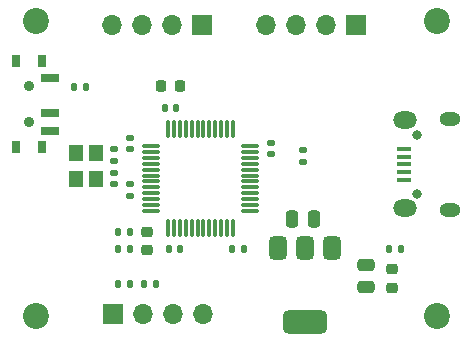
<source format=gbr>
%TF.GenerationSoftware,KiCad,Pcbnew,8.0.8*%
%TF.CreationDate,2025-02-01T16:42:16+07:00*%
%TF.ProjectId,stm32-blue-pill-backups,73746d33-322d-4626-9c75-652d70696c6c,rev?*%
%TF.SameCoordinates,Original*%
%TF.FileFunction,Soldermask,Top*%
%TF.FilePolarity,Negative*%
%FSLAX46Y46*%
G04 Gerber Fmt 4.6, Leading zero omitted, Abs format (unit mm)*
G04 Created by KiCad (PCBNEW 8.0.8) date 2025-02-01 16:42:16*
%MOMM*%
%LPD*%
G01*
G04 APERTURE LIST*
G04 Aperture macros list*
%AMRoundRect*
0 Rectangle with rounded corners*
0 $1 Rounding radius*
0 $2 $3 $4 $5 $6 $7 $8 $9 X,Y pos of 4 corners*
0 Add a 4 corners polygon primitive as box body*
4,1,4,$2,$3,$4,$5,$6,$7,$8,$9,$2,$3,0*
0 Add four circle primitives for the rounded corners*
1,1,$1+$1,$2,$3*
1,1,$1+$1,$4,$5*
1,1,$1+$1,$6,$7*
1,1,$1+$1,$8,$9*
0 Add four rect primitives between the rounded corners*
20,1,$1+$1,$2,$3,$4,$5,0*
20,1,$1+$1,$4,$5,$6,$7,0*
20,1,$1+$1,$6,$7,$8,$9,0*
20,1,$1+$1,$8,$9,$2,$3,0*%
G04 Aperture macros list end*
%ADD10R,0.800000X1.000000*%
%ADD11C,0.900000*%
%ADD12R,1.500000X0.700000*%
%ADD13RoundRect,0.135000X-0.135000X-0.185000X0.135000X-0.185000X0.135000X0.185000X-0.135000X0.185000X0*%
%ADD14C,2.200000*%
%ADD15RoundRect,0.135000X0.135000X0.185000X-0.135000X0.185000X-0.135000X-0.185000X0.135000X-0.185000X0*%
%ADD16R,1.700000X1.700000*%
%ADD17O,1.700000X1.700000*%
%ADD18RoundRect,0.218750X0.256250X-0.218750X0.256250X0.218750X-0.256250X0.218750X-0.256250X-0.218750X0*%
%ADD19RoundRect,0.140000X-0.140000X-0.170000X0.140000X-0.170000X0.140000X0.170000X-0.140000X0.170000X0*%
%ADD20RoundRect,0.140000X0.170000X-0.140000X0.170000X0.140000X-0.170000X0.140000X-0.170000X-0.140000X0*%
%ADD21RoundRect,0.250000X-0.250000X-0.475000X0.250000X-0.475000X0.250000X0.475000X-0.250000X0.475000X0*%
%ADD22RoundRect,0.218750X-0.256250X0.218750X-0.256250X-0.218750X0.256250X-0.218750X0.256250X0.218750X0*%
%ADD23RoundRect,0.250000X0.475000X-0.250000X0.475000X0.250000X-0.475000X0.250000X-0.475000X-0.250000X0*%
%ADD24RoundRect,0.140000X-0.170000X0.140000X-0.170000X-0.140000X0.170000X-0.140000X0.170000X0.140000X0*%
%ADD25RoundRect,0.075000X-0.662500X-0.075000X0.662500X-0.075000X0.662500X0.075000X-0.662500X0.075000X0*%
%ADD26RoundRect,0.075000X-0.075000X-0.662500X0.075000X-0.662500X0.075000X0.662500X-0.075000X0.662500X0*%
%ADD27RoundRect,0.225000X-0.225000X-0.250000X0.225000X-0.250000X0.225000X0.250000X-0.225000X0.250000X0*%
%ADD28RoundRect,0.135000X0.185000X-0.135000X0.185000X0.135000X-0.185000X0.135000X-0.185000X-0.135000X0*%
%ADD29RoundRect,0.140000X0.140000X0.170000X-0.140000X0.170000X-0.140000X-0.170000X0.140000X-0.170000X0*%
%ADD30R,1.200000X1.400000*%
%ADD31O,1.800000X1.150000*%
%ADD32O,2.000000X1.450000*%
%ADD33R,1.300000X0.450000*%
%ADD34O,0.800000X0.800000*%
%ADD35RoundRect,0.375000X-0.375000X0.625000X-0.375000X-0.625000X0.375000X-0.625000X0.375000X0.625000X0*%
%ADD36RoundRect,0.500000X-1.400000X0.500000X-1.400000X-0.500000X1.400000X-0.500000X1.400000X0.500000X0*%
G04 APERTURE END LIST*
D10*
%TO.C,BOOT*%
X108500000Y-88050000D03*
X106290000Y-88050000D03*
D11*
X107390000Y-90200000D03*
X107390000Y-93200000D03*
D10*
X108500000Y-95350000D03*
X106290000Y-95350000D03*
D12*
X109150000Y-89450000D03*
X109150000Y-92450000D03*
X109150000Y-93950000D03*
%TD*%
D13*
%TO.C,R3*%
X137850000Y-104000000D03*
X138870000Y-104000000D03*
%TD*%
D14*
%TO.C,H4*%
X141970000Y-109650000D03*
%TD*%
D15*
%TO.C,R4*%
X114910000Y-106950000D03*
X115930000Y-106950000D03*
%TD*%
D16*
%TO.C,SWD*%
X135120000Y-85000000D03*
D17*
X132580000Y-85000000D03*
X130040000Y-85000000D03*
X127500000Y-85000000D03*
%TD*%
D18*
%TO.C,FB1*%
X117410000Y-104075000D03*
X117410000Y-102500000D03*
%TD*%
D19*
%TO.C,C2*%
X118910000Y-92000000D03*
X119870000Y-92000000D03*
%TD*%
D13*
%TO.C,R1*%
X111220000Y-90230000D03*
X112240000Y-90230000D03*
%TD*%
D20*
%TO.C,C11*%
X114590000Y-98490000D03*
X114590000Y-97530000D03*
%TD*%
D19*
%TO.C,C8*%
X114950000Y-104000000D03*
X115910000Y-104000000D03*
%TD*%
D21*
%TO.C,C12*%
X129660000Y-101400000D03*
X131560000Y-101400000D03*
%TD*%
D14*
%TO.C,H3*%
X141970000Y-84650000D03*
%TD*%
D22*
%TO.C,D1*%
X138160000Y-105675000D03*
X138160000Y-107250000D03*
%TD*%
D14*
%TO.C,H2*%
X107970000Y-109650000D03*
%TD*%
D19*
%TO.C,C7*%
X114950000Y-102500000D03*
X115910000Y-102500000D03*
%TD*%
D23*
%TO.C,C13*%
X135890000Y-107220000D03*
X135890000Y-105320000D03*
%TD*%
D24*
%TO.C,C1*%
X127910000Y-95000000D03*
X127910000Y-95960000D03*
%TD*%
D16*
%TO.C,I2C2*%
X114470000Y-109500000D03*
D17*
X117010000Y-109500000D03*
X119550000Y-109500000D03*
X122090000Y-109500000D03*
%TD*%
D19*
%TO.C,C9*%
X119250000Y-104000000D03*
X120210000Y-104000000D03*
%TD*%
D20*
%TO.C,C4*%
X115910000Y-95500000D03*
X115910000Y-94540000D03*
%TD*%
D14*
%TO.C,H1*%
X107970000Y-84650000D03*
%TD*%
D20*
%TO.C,C6*%
X115910000Y-99460000D03*
X115910000Y-98500000D03*
%TD*%
D25*
%TO.C,U1*%
X117747500Y-95250000D03*
X117747500Y-95750000D03*
X117747500Y-96250000D03*
X117747500Y-96750000D03*
X117747500Y-97250000D03*
X117747500Y-97750000D03*
X117747500Y-98250000D03*
X117747500Y-98750000D03*
X117747500Y-99250000D03*
X117747500Y-99750000D03*
X117747500Y-100250000D03*
X117747500Y-100750000D03*
D26*
X119160000Y-102162500D03*
X119660000Y-102162500D03*
X120160000Y-102162500D03*
X120660000Y-102162500D03*
X121160000Y-102162500D03*
X121660000Y-102162500D03*
X122160000Y-102162500D03*
X122660000Y-102162500D03*
X123160000Y-102162500D03*
X123660000Y-102162500D03*
X124160000Y-102162500D03*
X124660000Y-102162500D03*
D25*
X126072500Y-100750000D03*
X126072500Y-100250000D03*
X126072500Y-99750000D03*
X126072500Y-99250000D03*
X126072500Y-98750000D03*
X126072500Y-98250000D03*
X126072500Y-97750000D03*
X126072500Y-97250000D03*
X126072500Y-96750000D03*
X126072500Y-96250000D03*
X126072500Y-95750000D03*
X126072500Y-95250000D03*
D26*
X124660000Y-93837500D03*
X124160000Y-93837500D03*
X123660000Y-93837500D03*
X123160000Y-93837500D03*
X122660000Y-93837500D03*
X122160000Y-93837500D03*
X121660000Y-93837500D03*
X121160000Y-93837500D03*
X120660000Y-93837500D03*
X120160000Y-93837500D03*
X119660000Y-93837500D03*
X119160000Y-93837500D03*
%TD*%
D16*
%TO.C,UART*%
X122070000Y-85000000D03*
D17*
X119530000Y-85000000D03*
X116990000Y-85000000D03*
X114450000Y-85000000D03*
%TD*%
D27*
%TO.C,C5*%
X120140000Y-90200000D03*
X118590000Y-90200000D03*
%TD*%
D28*
%TO.C,R2*%
X130610000Y-95590000D03*
X130610000Y-96610000D03*
%TD*%
D29*
%TO.C,C3*%
X124600000Y-104000000D03*
X125560000Y-104000000D03*
%TD*%
D30*
%TO.C,Y1*%
X111390000Y-95830000D03*
X111390000Y-98030000D03*
X113090000Y-98030000D03*
X113090000Y-95830000D03*
%TD*%
D31*
%TO.C,USB*%
X143035000Y-92920000D03*
D32*
X139235000Y-93070000D03*
X139235000Y-100520000D03*
D31*
X143035000Y-100670000D03*
D33*
X139185000Y-95495000D03*
X139185000Y-96145000D03*
X139185000Y-96795000D03*
X139185000Y-97445000D03*
X139185000Y-98095000D03*
D34*
X140285000Y-94295000D03*
X140285000Y-99295000D03*
%TD*%
D20*
%TO.C,C10*%
X114590000Y-96490000D03*
X114590000Y-95530000D03*
%TD*%
D13*
%TO.C,R5*%
X117110000Y-106950000D03*
X118130000Y-106950000D03*
%TD*%
D35*
%TO.C,U2*%
X133060000Y-103850000D03*
X130760000Y-103850000D03*
D36*
X130760000Y-110150000D03*
D35*
X128460000Y-103850000D03*
%TD*%
M02*

</source>
